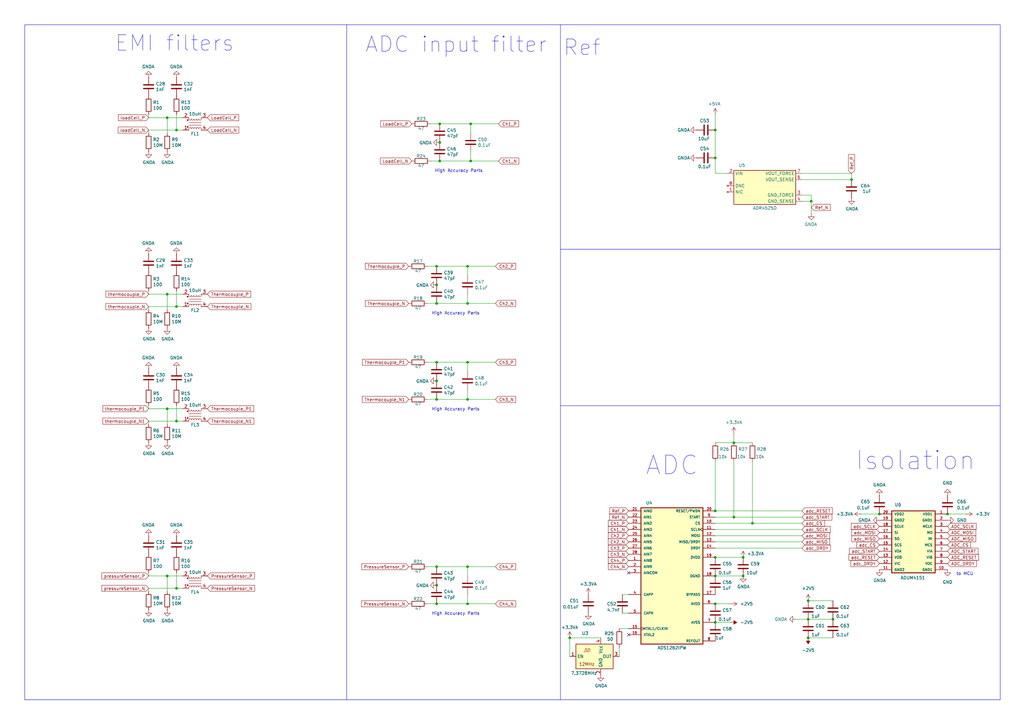
<source format=kicad_sch>
(kicad_sch (version 20231120) (generator "eeschema") (generator_version "8.0")
  (paper "A3")
  (title_block (title "Analog INPUT") (date "2025-02-03") (rev "1.0") (company "Roboties"))
  (junction (at 180.34 50.8))
  (junction (at 68.58 120.65))
  (junction (at 331.47 254))
  (junction (at 331.47 261.62))
  (junction (at 300.99 181.61))
  (junction (at 308.61 214.63))
  (junction (at 179.07 116.84))
  (junction (at 68.58 236.22))
  (junction (at 191.77 163.83))
  (junction (at 191.77 232.41))
  (junction (at 300.99 212.09))
  (junction (at 180.34 66.04))
  (junction (at 193.04 66.04))
  (junction (at 179.07 232.41))
  (junction (at 179.07 148.59))
  (junction (at 331.47 246.38))
  (junction (at 293.37 53.34))
  (junction (at 179.07 240.03))
  (junction (at 191.77 109.22))
  (junction (at 72.39 125.73))
  (junction (at 293.37 247.65))
  (junction (at 68.58 48.26))
  (junction (at 179.07 124.46))
  (junction (at 72.39 53.34))
  (junction (at 72.39 241.3))
  (junction (at 191.77 148.59))
  (junction (at 349.25 73.66))
  (junction (at 233.68 261.62))
  (junction (at 341.63 254))
  (junction (at 304.8 228.6))
  (junction (at 177.8 -83.82))
  (junction (at 179.07 247.65))
  (junction (at 177.8 -76.2))
  (junction (at 293.37 64.77))
  (junction (at 179.07 156.21))
  (junction (at 332.74 82.55))
  (junction (at 179.07 163.83))
  (junction (at 165.1 -76.2))
  (junction (at 180.34 58.42))
  (junction (at 293.37 236.22))
  (junction (at 72.39 172.72))
  (junction (at 293.37 209.55))
  (junction (at 304.8 236.22))
  (junction (at 165.1 -83.82))
  (junction (at 191.77 124.46))
  (junction (at 191.77 247.65))
  (junction (at 68.58 167.64))
  (junction (at 360.68 210.82))
  (junction (at 388.62 210.82))
  (junction (at 179.07 109.22))
  (junction (at 293.37 228.6))
  (junction (at 193.04 50.8))
  (junction (at 157.48 -83.82))
  (junction (at 293.37 255.27))
  (no_connect (at 257.81 234.95))
  (no_connect (at 257.81 260.35))
  (wire (pts (xy 175.26 247.65) (xy 179.07 247.65)))
  (wire (pts (xy 191.77 232.41) (xy 191.77 236.22)))
  (wire (pts (xy 72.39 119.38) (xy 72.39 125.73)))
  (wire (pts (xy 328.93 217.17) (xy 293.37 217.17)))
  (wire (pts (xy 74.93 48.26) (xy 68.58 48.26)))
  (wire (pts (xy 60.96 241.3) (xy 72.39 241.3)))
  (wire (pts (xy 300.99 189.23) (xy 300.99 212.09)))
  (wire (pts (xy 308.61 214.63) (xy 328.93 214.63)))
  (wire (pts (xy 190.5 -109.22) (xy 190.5 -116.84)))
  (wire (pts (xy 328.93 222.25) (xy 293.37 222.25)))
  (wire (pts (xy 293.37 209.55) (xy 328.93 209.55)))
  (wire (pts (xy 299.72 255.27) (xy 293.37 255.27)))
  (wire (pts (xy 191.77 124.46) (xy 191.77 120.65)))
  (polyline (pts (xy 229.87 10.16) (xy 229.87 287.02)))
  (wire (pts (xy 157.48 -83.82) (xy 137.16 -83.82)))
  (polyline (pts (xy 410.21 287.02) (xy 10.16 287.02)))
  (wire (pts (xy 179.07 247.65) (xy 191.77 247.65)))
  (wire (pts (xy 193.04 50.8) (xy 193.04 54.61)))
  (wire (pts (xy 60.96 234.95) (xy 60.96 236.22)))
  (polyline (pts (xy 410.21 10.16) (xy 410.21 287.02)))
  (wire (pts (xy 179.07 148.59) (xy 191.77 148.59)))
  (wire (pts (xy 328.93 224.79) (xy 293.37 224.79)))
  (wire (pts (xy 293.37 228.6) (xy 304.8 228.6)))
  (wire (pts (xy 195.58 -109.22) (xy 195.58 -116.84)))
  (wire (pts (xy 293.37 181.61) (xy 300.99 181.61)))
  (wire (pts (xy 300.99 181.61) (xy 308.61 181.61)))
  (wire (pts (xy 60.96 120.65) (xy 68.58 120.65)))
  (wire (pts (xy 332.74 80.01) (xy 332.74 82.55)))
  (wire (pts (xy 233.68 269.24) (xy 233.68 261.62)))
  (wire (pts (xy 254 269.24) (xy 254 265.43)))
  (wire (pts (xy 331.47 246.38) (xy 341.63 246.38)))
  (wire (pts (xy 68.58 127) (xy 68.58 120.65)))
  (wire (pts (xy 308.61 189.23) (xy 308.61 214.63)))
  (wire (pts (xy 175.26 163.83) (xy 179.07 163.83)))
  (wire (pts (xy 191.77 124.46) (xy 203.2 124.46)))
  (polyline (pts (xy 229.87 102.235) (xy 410.21 102.235)))
  (wire (pts (xy 72.39 166.37) (xy 72.39 172.72)))
  (wire (pts (xy 72.39 234.95) (xy 72.39 241.3)))
  (wire (pts (xy 193.04 50.8) (xy 204.47 50.8)))
  (wire (pts (xy 328.93 73.66) (xy 349.25 73.66)))
  (wire (pts (xy 74.93 236.22) (xy 68.58 236.22)))
  (wire (pts (xy 72.39 125.73) (xy 74.93 125.73)))
  (wire (pts (xy 293.37 64.77) (xy 293.37 71.12)))
  (wire (pts (xy 191.77 148.59) (xy 191.77 152.4)))
  (wire (pts (xy 179.07 163.83) (xy 191.77 163.83)))
  (wire (pts (xy 300.99 177.8) (xy 300.99 181.61)))
  (wire (pts (xy 255.27 251.46) (xy 257.81 251.46)))
  (wire (pts (xy 179.07 124.46) (xy 191.77 124.46)))
  (wire (pts (xy 293.37 219.71) (xy 328.93 219.71)))
  (wire (pts (xy 179.07 232.41) (xy 191.77 232.41)))
  (wire (pts (xy 60.96 48.26) (xy 68.58 48.26)))
  (polyline (pts (xy 142.24 10.16) (xy 142.24 287.02)))
  (wire (pts (xy 191.77 247.65) (xy 191.77 243.84)))
  (wire (pts (xy 72.39 46.99) (xy 72.39 53.34)))
  (wire (pts (xy 165.1 -76.2) (xy 157.48 -76.2)))
  (wire (pts (xy 74.93 120.65) (xy 68.58 120.65)))
  (wire (pts (xy 388.62 210.82) (xy 396.24 210.82)))
  (polyline (pts (xy 10.16 10.16) (xy 410.21 10.16)))
  (wire (pts (xy 254 257.81) (xy 257.81 257.81)))
  (wire (pts (xy 299.72 247.65) (xy 293.37 247.65)))
  (wire (pts (xy 165.1 -83.82) (xy 157.48 -83.82)))
  (wire (pts (xy 300.99 212.09) (xy 328.93 212.09)))
  (wire (pts (xy 293.37 236.22) (xy 304.8 236.22)))
  (polyline (pts (xy 10.16 10.16) (xy 10.16 287.02)))
  (wire (pts (xy 328.93 80.01) (xy 332.74 80.01)))
  (wire (pts (xy 332.74 82.55) (xy 332.74 87.63)))
  (wire (pts (xy 179.07 109.22) (xy 191.77 109.22)))
  (polyline (pts (xy 229.87 166.37) (xy 410.21 166.37)))
  (wire (pts (xy 72.39 53.34) (xy 74.93 53.34)))
  (wire (pts (xy 60.96 46.99) (xy 60.96 48.26)))
  (wire (pts (xy 180.34 50.8) (xy 193.04 50.8)))
  (wire (pts (xy 293.37 212.09) (xy 300.99 212.09)))
  (wire (pts (xy 180.34 66.04) (xy 193.04 66.04)))
  (wire (pts (xy 68.58 242.57) (xy 68.58 236.22)))
  (wire (pts (xy 176.53 66.04) (xy 180.34 66.04)))
  (wire (pts (xy 60.96 53.34) (xy 72.39 53.34)))
  (wire (pts (xy 191.77 148.59) (xy 203.2 148.59)))
  (wire (pts (xy 176.53 50.8) (xy 180.34 50.8)))
  (wire (pts (xy 72.39 172.72) (xy 74.93 172.72)))
  (wire (pts (xy 74.93 167.64) (xy 68.58 167.64)))
  (wire (pts (xy 331.47 254) (xy 341.63 254)))
  (wire (pts (xy 191.77 232.41) (xy 203.2 232.41)))
  (wire (pts (xy 255.27 243.84) (xy 257.81 243.84)))
  (wire (pts (xy 175.26 148.59) (xy 179.07 148.59)))
  (wire (pts (xy 293.37 71.12) (xy 298.45 71.12)))
  (wire (pts (xy 60.96 166.37) (xy 60.96 167.64)))
  (wire (pts (xy 175.26 232.41) (xy 179.07 232.41)))
  (wire (pts (xy 349.25 73.66) (xy 349.25 71.12)))
  (wire (pts (xy 60.96 125.73) (xy 72.39 125.73)))
  (wire (pts (xy 293.37 189.23) (xy 293.37 209.55)))
  (wire (pts (xy 68.58 173.99) (xy 68.58 167.64)))
  (wire (pts (xy 331.47 261.62) (xy 341.63 261.62)))
  (wire (pts (xy 193.04 66.04) (xy 204.47 66.04)))
  (wire (pts (xy 353.06 210.82) (xy 360.68 210.82)))
  (wire (pts (xy 175.26 109.22) (xy 179.07 109.22)))
  (wire (pts (xy 177.8 -83.82) (xy 165.1 -83.82)))
  (wire (pts (xy 60.96 236.22) (xy 68.58 236.22)))
  (wire (pts (xy 177.8 -76.2) (xy 165.1 -76.2)))
  (wire (pts (xy 328.93 71.12) (xy 349.25 71.12)))
  (wire (pts (xy 191.77 247.65) (xy 203.2 247.65)))
  (wire (pts (xy 293.37 53.34) (xy 293.37 64.77)))
  (wire (pts (xy 60.96 173.99) (xy 60.96 172.72)))
  (wire (pts (xy 60.96 119.38) (xy 60.96 120.65)))
  (wire (pts (xy 60.96 54.61) (xy 60.96 53.34)))
  (wire (pts (xy 175.26 124.46) (xy 179.07 124.46)))
  (wire (pts (xy 191.77 163.83) (xy 203.2 163.83)))
  (wire (pts (xy 293.37 46.99) (xy 293.37 53.34)))
  (wire (pts (xy 60.96 242.57) (xy 60.96 241.3)))
  (wire (pts (xy 72.39 241.3) (xy 74.93 241.3)))
  (wire (pts (xy 193.04 66.04) (xy 193.04 62.23)))
  (wire (pts (xy 233.68 261.62) (xy 246.38 261.62)))
  (wire (pts (xy 326.39 254) (xy 331.47 254)))
  (wire (pts (xy 60.96 172.72) (xy 72.39 172.72)))
  (wire (pts (xy 68.58 54.61) (xy 68.58 48.26)))
  (wire (pts (xy 191.77 109.22) (xy 191.77 113.03)))
  (wire (pts (xy 293.37 214.63) (xy 308.61 214.63)))
  (wire (pts (xy 60.96 127) (xy 60.96 125.73)))
  (wire (pts (xy 60.96 167.64) (xy 68.58 167.64)))
  (wire (pts (xy 191.77 163.83) (xy 191.77 160.02)))
  (wire (pts (xy 332.74 82.55) (xy 328.93 82.55)))
  (wire (pts (xy 191.77 109.22) (xy 203.2 109.22)))
  (text "High Accuracy Parts" (at 177.038 252.476 0) (effects (font (size 1.27 1.27)) (justify left bottom)))
  (text "Ref" (at 230.886 23.368 0) (effects (font (size 6.35 6.35)) (justify left bottom)))
  (text "High Accuracy Parts" (at 178.308 70.866 0) (effects (font (size 1.27 1.27)) (justify left bottom)))
  (text "to MCU" (at 395.732 235.458 0) (effects (font (size 1.27 1.27))))
  (text "EMI filters" (at 46.99 21.59 0) (effects (font (size 6.35 6.35)) (justify left bottom)))
  (text "High Accuracy Parts" (at 177.038 129.286 0) (effects (font (size 1.27 1.27)) (justify left bottom)))
  (text "ADC" (at 275.59 191.008 0) (effects (font (size 7.62 7.62))))
  (text "High Accuracy Parts" (at 177.038 168.656 0) (effects (font (size 1.27 1.27)) (justify left bottom)))
  (text "ADC input filter" (at 149.606 22.098 0) (effects (font (size 6.35 6.35)) (justify left bottom)))
  (text "Isolation" (at 375.412 188.976 0) (effects (font (size 7.62 7.62))))
  (global_label "LoadCell_P" (shape input) (at 168.91 50.8 180) (property "Intersheetrefs" "${INTERSHEET_REFS}" (effects (hide yes))))
  (global_label "Ch3_N" (shape input) (at 257.81 227.33 180) (property "Intersheetrefs" "${INTERSHEET_REFS}" (effects (hide yes))))
  (global_label "Ch3_P" (shape input) (at 257.81 224.79 180) (property "Intersheetrefs" "${INTERSHEET_REFS}" (effects (hide yes))))
  (global_label "adc_DRDY" (shape input) (at 360.68 231.14 180) (property "Intersheetrefs" "${INTERSHEET_REFS}" (effects (hide yes))))
  (global_label "ADC_SCLK" (shape input) (at 388.62 215.9 0) (property "Intersheetrefs" "${INTERSHEET_REFS}" (effects (hide yes))))
  (global_label "LoadCell_P" (shape input) (at 85.09 48.26 0) (property "Intersheetrefs" "${INTERSHEET_REFS}" (effects (hide yes))))
  (global_label "Ch2_P" (shape input) (at 203.2 109.22 0) (property "Intersheetrefs" "${INTERSHEET_REFS}" (effects (hide yes))))
  (global_label "adc_START" (shape input) (at 360.68 226.06 180) (property "Intersheetrefs" "${INTERSHEET_REFS}" (effects (hide yes))))
  (global_label "adc_MOSI" (shape input) (at 360.68 218.44 180) (property "Intersheetrefs" "${INTERSHEET_REFS}" (effects (hide yes))))
  (global_label "adc_CS" (shape input) (at 360.68 223.52 180) (property "Intersheetrefs" "${INTERSHEET_REFS}" (effects (hide yes))))
  (global_label "thermocouple_P" (shape input) (at 60.96 120.65 180) (property "Intersheetrefs" "${INTERSHEET_REFS}" (effects (hide yes))))
  (global_label "Ch4_N" (shape input) (at 203.2 247.65 0) (property "Intersheetrefs" "${INTERSHEET_REFS}" (effects (hide yes))))
  (global_label "adc_RESET" (shape input) (at 328.93 209.55 0) (property "Intersheetrefs" "${INTERSHEET_REFS}" (effects (hide yes))))
  (global_label "ADC_MISO" (shape input) (at 388.62 220.98 0) (property "Intersheetrefs" "${INTERSHEET_REFS}" (effects (hide yes))))
  (global_label "LoadCell_N" (shape input) (at 168.91 66.04 180) (property "Intersheetrefs" "${INTERSHEET_REFS}" (effects (hide yes))))
  (global_label "thermocouple_N" (shape input) (at 60.96 125.73 180) (property "Intersheetrefs" "${INTERSHEET_REFS}" (effects (hide yes))))
  (global_label "Ch2_N" (shape input) (at 257.81 222.25 180) (property "Intersheetrefs" "${INTERSHEET_REFS}" (effects (hide yes))))
  (global_label "adc_DRDY" (shape input) (at 328.93 224.79 0) (property "Intersheetrefs" "${INTERSHEET_REFS}" (effects (hide yes))))
  (global_label "Thermocouple_N1" (shape input) (at 85.09 172.72 0) (property "Intersheetrefs" "${INTERSHEET_REFS}" (effects (hide yes))))
  (global_label "pressureSensor_P" (shape input) (at 60.96 236.22 180) (property "Intersheetrefs" "${INTERSHEET_REFS}" (effects (hide yes))))
  (global_label "수정" (shape input) (at 195.58 -109.22 270) (property "Intersheetrefs" "${INTERSHEET_REFS}" (effects (hide yes))))
  (global_label "loadCell_N" (shape input) (at 60.96 53.34 180) (property "Intersheetrefs" "${INTERSHEET_REFS}" (effects (hide yes))))
  (global_label "Ref_P" (shape input) (at 349.25 71.12 90) (property "Intersheetrefs" "${INTERSHEET_REFS}" (effects (hide yes))))
  (global_label "수정" (shape input) (at 190.5 -109.22 270) (property "Intersheetrefs" "${INTERSHEET_REFS}" (effects (hide yes))))
  (global_label "Ch1_P" (shape input) (at 257.81 214.63 180) (property "Intersheetrefs" "${INTERSHEET_REFS}" (effects (hide yes))))
  (global_label "PressureSensor_P" (shape input) (at 85.09 236.22 0) (property "Intersheetrefs" "${INTERSHEET_REFS}" (effects (hide yes))))
  (global_label "Thermocouple_N" (shape input) (at 85.09 125.73 0) (property "Intersheetrefs" "${INTERSHEET_REFS}" (effects (hide yes))))
  (global_label "adc_SCLK" (shape input) (at 328.93 217.17 0) (property "Intersheetrefs" "${INTERSHEET_REFS}" (effects (hide yes))))
  (global_label "Ch4_P" (shape input) (at 257.81 229.87 180) (property "Intersheetrefs" "${INTERSHEET_REFS}" (effects (hide yes))))
  (global_label "Thermocouple_N" (shape input) (at 167.64 124.46 180) (property "Intersheetrefs" "${INTERSHEET_REFS}" (effects (hide yes))))
  (global_label "Thermocouple_P" (shape input) (at 85.09 120.65 0) (property "Intersheetrefs" "${INTERSHEET_REFS}" (effects (hide yes))))
  (global_label "ADC_MOSI" (shape input) (at 388.62 218.44 0) (property "Intersheetrefs" "${INTERSHEET_REFS}" (effects (hide yes))))
  (global_label "ADC_CS" (shape input) (at 388.62 223.52 0) (property "Intersheetrefs" "${INTERSHEET_REFS}" (effects (hide yes))))
  (global_label "Ch4_N" (shape input) (at 257.81 232.41 180) (property "Intersheetrefs" "${INTERSHEET_REFS}" (effects (hide yes))))
  (global_label "PressureSensor_N" (shape input) (at 85.09 241.3 0) (property "Intersheetrefs" "${INTERSHEET_REFS}" (effects (hide yes))))
  (global_label "ADC_RESET" (shape input) (at 388.62 228.6 0) (property "Intersheetrefs" "${INTERSHEET_REFS}" (effects (hide yes))))
  (global_label "ADC_DRDY" (shape input) (at 388.62 231.14 0) (property "Intersheetrefs" "${INTERSHEET_REFS}" (effects (hide yes))))
  (global_label "LoadCell_N" (shape input) (at 85.09 53.34 0) (property "Intersheetrefs" "${INTERSHEET_REFS}" (effects (hide yes))))
  (global_label "Ref_P" (shape input) (at 257.81 209.55 180) (property "Intersheetrefs" "${INTERSHEET_REFS}" (effects (hide yes))))
  (global_label "pressureSensor_N" (shape input) (at 60.96 241.3 180) (property "Intersheetrefs" "${INTERSHEET_REFS}" (effects (hide yes))))
  (global_label "Ch3_P" (shape input) (at 203.2 148.59 0) (property "Intersheetrefs" "${INTERSHEET_REFS}" (effects (hide yes))))
  (global_label "adc_MISO" (shape input) (at 360.68 220.98 180) (property "Intersheetrefs" "${INTERSHEET_REFS}" (effects (hide yes))))
  (global_label "Thermocouple_N1" (shape input) (at 167.64 163.83 180) (property "Intersheetrefs" "${INTERSHEET_REFS}" (effects (hide yes))))
  (global_label "adc_RESET" (shape input) (at 360.68 228.6 180) (property "Intersheetrefs" "${INTERSHEET_REFS}" (effects (hide yes))))
  (global_label "Ch4_P" (shape input) (at 203.2 232.41 0) (property "Intersheetrefs" "${INTERSHEET_REFS}" (effects (hide yes))))
  (global_label "loadCell_P" (shape input) (at 60.96 48.26 180) (property "Intersheetrefs" "${INTERSHEET_REFS}" (effects (hide yes))))
  (global_label "Thermocouple_P1" (shape input) (at 167.64 148.59 180) (property "Intersheetrefs" "${INTERSHEET_REFS}" (effects (hide yes))))
  (global_label "Ch1_N" (shape input) (at 204.47 66.04 0) (property "Intersheetrefs" "${INTERSHEET_REFS}" (effects (hide yes))))
  (global_label "adc_MOSI" (shape input) (at 328.93 219.71 0) (property "Intersheetrefs" "${INTERSHEET_REFS}" (effects (hide yes))))
  (global_label "Thermocouple_P1" (shape input) (at 85.09 167.64 0) (property "Intersheetrefs" "${INTERSHEET_REFS}" (effects (hide yes))))
  (global_label "Ch1_P" (shape input) (at 204.47 50.8 0) (property "Intersheetrefs" "${INTERSHEET_REFS}" (effects (hide yes))))
  (global_label "adc_CS" (shape input) (at 328.93 214.63 0) (property "Intersheetrefs" "${INTERSHEET_REFS}" (effects (hide yes))))
  (global_label "Ref_N" (shape input) (at 332.74 85.09 0) (property "Intersheetrefs" "${INTERSHEET_REFS}" (effects (hide yes))))
  (global_label "PressureSensor_P" (shape input) (at 167.64 232.41 180) (property "Intersheetrefs" "${INTERSHEET_REFS}" (effects (hide yes))))
  (global_label "ADC_START" (shape input) (at 388.62 226.06 0) (property "Intersheetrefs" "${INTERSHEET_REFS}" (effects (hide yes))))
  (global_label "PressureSensor_N" (shape input) (at 167.64 247.65 180) (property "Intersheetrefs" "${INTERSHEET_REFS}" (effects (hide yes))))
  (global_label "thermocouple_P1" (shape input) (at 60.96 167.64 180) (property "Intersheetrefs" "${INTERSHEET_REFS}" (effects (hide yes))))
  (global_label "Thermocouple_P" (shape input) (at 167.64 109.22 180) (property "Intersheetrefs" "${INTERSHEET_REFS}" (effects (hide yes))))
  (global_label "Ch1_N" (shape input) (at 257.81 217.17 180) (property "Intersheetrefs" "${INTERSHEET_REFS}" (effects (hide yes))))
  (global_label "adc_START" (shape input) (at 328.93 212.09 0) (property "Intersheetrefs" "${INTERSHEET_REFS}" (effects (hide yes))))
  (global_label "Ch2_N" (shape input) (at 203.2 124.46 0) (property "Intersheetrefs" "${INTERSHEET_REFS}" (effects (hide yes))))
  (global_label "Ref_N" (shape input) (at 257.81 212.09 180) (property "Intersheetrefs" "${INTERSHEET_REFS}" (effects (hide yes))))
  (global_label "thermocouple_N1" (shape input) (at 60.96 172.72 180) (property "Intersheetrefs" "${INTERSHEET_REFS}" (effects (hide yes))))
  (global_label "Ch3_N" (shape input) (at 203.2 163.83 0) (property "Intersheetrefs" "${INTERSHEET_REFS}" (effects (hide yes))))
  (global_label "adc_MISO" (shape input) (at 328.93 222.25 0) (property "Intersheetrefs" "${INTERSHEET_REFS}" (effects (hide yes))))
  (global_label "adc_SCLK" (shape input) (at 360.68 215.9 180) (property "Intersheetrefs" "${INTERSHEET_REFS}" (effects (hide yes))))
  (global_label "Ch2_P" (shape input) (at 257.81 219.71 180) (property "Intersheetrefs" "${INTERSHEET_REFS}" (effects (hide yes))))
  (symbol (lib_id "power:GNDA") (at 179.07 240.03 270) (unit 1)
    (property "Reference" "#PWR031" (effects (hide yes)))
    (property "Value" "GNDA" (at 175.8442 240.157 90) (effects (justify right)))
  )
  (symbol (lib_id "power:GNDA") (at 349.25 81.28 0) (unit 1)
    (property "Reference" "#PWR052" (effects (hide yes)))
    (property "Value" "GNDA" (at 349.377 85.6742 0))
  )
  (symbol (lib_id "Device:C") (at 191.77 156.21 0) (unit 1)
    (property "Reference" "C48" (at 194.691 155.0416 0) (effects (justify left)))
    (property "Value" "0.1uF" (at 194.691 157.353 0) (effects (justify left)))
    (property "Footprint" "Capacitor_SMD:C_1206_3216Metric" (effects (hide yes)))
  )
  (symbol (lib_id "Device:R") (at 72.39 43.18 0) (unit 1)
    (property "Reference" "R13" (at 74.168 42.0116 0) (effects (justify left)))
    (property "Value" "100" (at 74.168 44.323 0) (effects (justify left)))
    (property "Footprint" "Resistor_SMD:R_0402_1005Metric" (effects (hide yes)))
  )
  (symbol (lib_id "Device:C") (at 388.62 207.01 0) (mirror y) (unit 1)
    (property "Reference" "C66" (at 392.43 205.7399 0) (effects (justify right)))
    (property "Value" "0.1uF" (at 392.43 208.2799 0) (effects (justify right)))
    (property "Footprint" "Capacitor_SMD:C_0805_2012Metric" (effects (hide yes)))
    (property "Description" "Unpolarized capacitor" (effects (hide yes)))
  )
  (symbol (lib_id "Device:C") (at 72.39 154.94 0) (unit 1)
    (property "Reference" "C34" (at 75.311 153.7716 0) (effects (justify left)))
    (property "Value" "1nF" (at 75.311 156.083 0) (effects (justify left)))
    (property "Footprint" "Capacitor_SMD:C_0805_2012Metric" (effects (hide yes)))
  )
  (symbol (lib_id "Device:R") (at 60.96 177.8 0) (unit 1)
    (property "Reference" "R6" (at 62.738 176.6316 0) (effects (justify left)))
    (property "Value" "10M" (at 62.738 178.943 0) (effects (justify left)))
    (property "Footprint" "Resistor_SMD:R_1206_3216Metric" (effects (hide yes)))
  )
  (symbol (lib_id "power:GNDA") (at 72.39 104.14 180) (unit 1)
    (property "Reference" "#PWR024" (effects (hide yes)))
    (property "Value" "GNDA" (at 72.263 99.7458 0))
  )
  (symbol (lib_id "Device:C") (at 179.07 152.4 0) (unit 1)
    (property "Reference" "C41" (at 181.991 151.2316 0) (effects (justify left)))
    (property "Value" "47pF" (at 181.991 153.543 0) (effects (justify left)))
    (property "Footprint" "Capacitor_SMD:C_0805_2012Metric" (effects (hide yes)))
  )
  (symbol (lib_id "Device:R") (at 68.58 130.81 0) (unit 1)
    (property "Reference" "R10" (at 70.358 129.6416 0) (effects (justify left)))
    (property "Value" "10M" (at 70.358 131.953 0) (effects (justify left)))
    (property "Footprint" "Resistor_SMD:R_1206_3216Metric" (effects (hide yes)))
  )
  (symbol (lib_id "power:+2V5") (at 331.47 246.38 0) (unit 1)
    (property "Reference" "#PWR049" (effects (hide yes)))
    (property "Value" "+2V5" (at 331.47 241.3 0))
    (property "Description" "Power symbol creates a global label with name \"+2V5\"" (effects (hide yes)))
  )
  (symbol (lib_id "Connector:RJ45") (at 102.87 -99.06 0) (unit 1)
    (property "Reference" "J1" (at 97.028 -113.538 0))
    (property "Value" "LoadCell" (at 106.426 -87.376 0))
    (property "Description" "RJ connector, 8P8C (8 positions 8 connected)" (effects (hide yes)))
  )
  (symbol (lib_id "Device:R") (at 254 261.62 0) (unit 1)
    (property "Reference" "R25" (at 247.904 259.842 0) (effects (justify left)))
    (property "Value" "50" (at 248.92 262.128 0) (effects (justify left)))
    (property "Footprint" "Resistor_SMD:R_0805_2012Metric" (effects (hide yes)))
    (property "Description" "Resistor" (effects (hide yes)))
  )
  (symbol (lib_id "Device:Filter_EMI_LL_1423") (at 80.01 170.18 0) (unit 1)
    (property "Reference" "FL3" (at 80.01 174.244 0))
    (property "Value" "10uH" (at 80.01 166.116 0))
    (property "Footprint" "Inductor_SMD:L_CommonModeChoke_TDK_ACM2520-2P" (effects (hide yes)))
    (property "Description" "EMI 2-inductor filter, pin-connections 1-4 and 2-3" (effects (hide yes)))
  )
  (symbol (lib_id "Device:R") (at 72.39 115.57 0) (unit 1)
    (property "Reference" "R14" (at 74.168 114.4016 0) (effects (justify left)))
    (property "Value" "100" (at 74.168 116.713 0) (effects (justify left)))
    (property "Footprint" "Resistor_SMD:R_0402_1005Metric" (effects (hide yes)))
  )
  (symbol (lib_id "power:+3.3VA") (at 353.06 210.82 90) (unit 1)
    (property "Reference" "#PWR053" (effects (hide yes)))
    (property "Value" "+3.3VA" (at 346.456 210.82 90))
    (property "Description" "Power symbol creates a global label with name \"+3.3VA\"" (effects (hide yes)))
  )
  (symbol (lib_id "power:GNDA") (at 68.58 134.62 0) (unit 1)
    (property "Reference" "#PWR020" (effects (hide yes)))
    (property "Value" "GNDA" (at 68.707 139.0142 0))
  )
  (symbol (lib_id "Device:R") (at 68.58 58.42 0) (unit 1)
    (property "Reference" "R9" (at 70.358 57.2516 0) (effects (justify left)))
    (property "Value" "10M" (at 70.358 59.563 0) (effects (justify left)))
    (property "Footprint" "Resistor_SMD:R_1206_3216Metric" (effects (hide yes)))
  )
  (symbol (lib_id "power:GNDA") (at 72.39 219.71 180) (unit 1)
    (property "Reference" "#PWR026" (effects (hide yes)))
    (property "Value" "GNDA" (at 72.263 215.3158 0))
  )
  (symbol (lib_id "Device:R") (at 172.72 50.8 270) (unit 1)
    (property "Reference" "R23" (at 172.72 48.768 90))
    (property "Value" "47" (at 172.72 52.705 90))
    (property "Footprint" "Resistor_SMD:R_0805_2012Metric" (effects (hide yes)))
  )
  (symbol (lib_id "Device:R") (at 171.45 232.41 270) (unit 1)
    (property "Reference" "R21" (at 171.45 230.378 90))
    (property "Value" "47" (at 171.45 234.315 90))
    (property "Footprint" "Resistor_SMD:R_0805_2012Metric" (effects (hide yes)))
  )
  (symbol (lib_id "Device:R") (at 60.96 246.38 0) (unit 1)
    (property "Reference" "R8" (at 62.738 245.2116 0) (effects (justify left)))
    (property "Value" "10M" (at 62.738 247.523 0) (effects (justify left)))
    (property "Footprint" "Resistor_SMD:R_1206_3216Metric" (effects (hide yes)))
  )
  (symbol (lib_id "Device:C") (at 179.07 236.22 0) (unit 1)
    (property "Reference" "C43" (at 181.991 235.0516 0) (effects (justify left)))
    (property "Value" "47pF" (at 181.991 237.363 0) (effects (justify left)))
    (property "Footprint" "Capacitor_SMD:C_0805_2012Metric" (effects (hide yes)))
  )
  (symbol (lib_id "Device:C") (at 60.96 154.94 0) (unit 1)
    (property "Reference" "C30" (at 63.881 153.7716 0) (effects (justify left)))
    (property "Value" "1nF" (at 63.881 156.083 0) (effects (justify left)))
    (property "Footprint" "Capacitor_SMD:C_0805_2012Metric" (effects (hide yes)))
  )
  (symbol (lib_id "Device:C") (at 180.34 62.23 0) (unit 1)
    (property "Reference" "C46" (at 183.261 61.0616 0) (effects (justify left)))
    (property "Value" "47pF" (at 183.261 63.373 0) (effects (justify left)))
    (property "Footprint" "Capacitor_SMD:C_0805_2012Metric" (effects (hide yes)))
  )
  (symbol (lib_id "Device:R") (at 293.37 185.42 0) (unit 1)
    (property "Reference" "R26" (at 295.148 184.2516 0) (effects (justify left)))
    (property "Value" "10k" (at 294.64 187.325 0) (effects (justify left)))
    (property "Footprint" "Resistor_SMD:R_0603_1608Metric" (effects (hide yes)))
  )
  (symbol (lib_id "Device:R") (at 60.96 43.18 0) (unit 1)
    (property "Reference" "R1" (at 62.738 42.0116 0) (effects (justify left)))
    (property "Value" "100" (at 62.738 44.323 0) (effects (justify left)))
    (property "Footprint" "Resistor_SMD:R_0402_1005Metric" (effects (hide yes)))
  )
  (symbol (lib_id "power:-2V5") (at 299.72 255.27 270) (unit 1)
    (property "Reference" "#PWR044" (effects (hide yes)))
    (property "Value" "-2V5" (at 303.53 255.2699 90) (effects (justify left)))
    (property "Description" "Power symbol creates a global label with name \"-2V5\"" (effects (hide yes)))
  )
  (symbol (lib_name "GND_1") (lib_id "power:GND") (at 388.62 213.36 90) (unit 1)
    (property "Reference" "#PWR058" (effects (hide yes)))
    (property "Value" "GND" (at 392.43 213.3599 90) (effects (justify right)))
    (property "Description" "Power symbol creates a global label with name \"GND\" , ground" (effects (hide yes)))
  )
  (symbol (lib_id "Device:C") (at 60.96 35.56 0) (unit 1)
    (property "Reference" "C28" (at 63.881 34.3916 0) (effects (justify left)))
    (property "Value" "1nF" (at 63.881 36.703 0) (effects (justify left)))
    (property "Footprint" "Capacitor_SMD:C_0805_2012Metric" (effects (hide yes)))
  )
  (symbol (lib_id "power:+3.3VA") (at 241.3 243.84 0) (unit 1)
    (property "Reference" "#PWR037" (effects (hide yes)))
    (property "Value" "+3.3VA" (at 241.3 239.522 0))
    (property "Description" "Power symbol creates a global label with name \"+3.3VA\"" (effects (hide yes)))
  )
  (symbol (lib_id "Device:R") (at 171.45 109.22 270) (unit 1)
    (property "Reference" "R17" (at 171.45 107.188 90))
    (property "Value" "47" (at 171.45 111.125 90))
    (property "Footprint" "Resistor_SMD:R_0805_2012Metric" (effects (hide yes)))
  )
  (symbol (lib_id "Device:R") (at 60.96 130.81 0) (unit 1)
    (property "Reference" "R4" (at 62.738 129.6416 0) (effects (justify left)))
    (property "Value" "10M" (at 62.738 131.953 0) (effects (justify left)))
    (property "Footprint" "Resistor_SMD:R_1206_3216Metric" (effects (hide yes)))
  )
  (symbol (lib_id "power:GNDA") (at 60.96 31.75 180) (unit 1)
    (property "Reference" "#PWR011" (effects (hide yes)))
    (property "Value" "GNDA" (at 60.833 27.3558 0))
  )
  (symbol (lib_id "Device:C") (at 180.34 54.61 0) (unit 1)
    (property "Reference" "C45" (at 183.261 53.4416 0) (effects (justify left)))
    (property "Value" "47pF" (at 183.261 55.753 0) (effects (justify left)))
    (property "Footprint" "Capacitor_SMD:C_0805_2012Metric" (effects (hide yes)))
  )
  (symbol (lib_id "power:+3.3V") (at 396.24 210.82 270) (unit 1)
    (property "Reference" "#PWR060" (effects (hide yes)))
    (property "Value" "+3.3V" (at 400.05 210.8199 90) (effects (justify left)))
    (property "Description" "Power symbol creates a global label with name \"+3.3V\"" (effects (hide yes)))
  )
  (symbol (lib_id "Device:C") (at 179.07 113.03 0) (unit 1)
    (property "Reference" "C39" (at 181.991 111.8616 0) (effects (justify left)))
    (property "Value" "47pF" (at 181.991 114.173 0) (effects (justify left)))
    (property "Footprint" "Capacitor_SMD:C_0805_2012Metric" (effects (hide yes)))
  )
  (symbol (lib_id "Device:Filter_EMI_LL_1423") (at 80.01 123.19 0) (unit 1)
    (property "Reference" "FL2" (at 80.01 127.254 0))
    (property "Value" "10uH" (at 80.01 119.126 0))
    (property "Footprint" "Inductor_SMD:L_CommonModeChoke_TDK_ACM2520-2P" (effects (hide yes)))
    (property "Description" "EMI 2-inductor filter, pin-connections 1-4 and 2-3" (effects (hide yes)))
  )
  (symbol (lib_id "Device:R") (at 171.45 148.59 270) (unit 1)
    (property "Reference" "R19" (at 171.45 146.558 90))
    (property "Value" "47" (at 171.45 150.495 90))
    (property "Footprint" "Resistor_SMD:R_0805_2012Metric" (effects (hide yes)))
  )
  (symbol (lib_id "Device:C") (at 177.8 -80.01 0) (mirror y) (unit 1)
    (property "Reference" "C38" (at 181.61 -81.2801 0) (effects (justify right)))
    (property "Value" "1uF" (at 181.61 -78.7401 0) (effects (justify right)))
    (property "Footprint" "Capacitor_SMD:C_0805_2012Metric" (effects (hide yes)))
    (property "Description" "Unpolarized capacitor" (effects (hide yes)))
  )
  (symbol (lib_id "Device:C") (at 165.1 -80.01 0) (mirror y) (unit 1)
    (property "Reference" "C37" (at 168.91 -81.2801 0) (effects (justify right)))
    (property "Value" "0.1uF" (at 168.91 -78.7401 0) (effects (justify right)))
    (property "Footprint" "Capacitor_SMD:C_0805_2012Metric" (effects (hide yes)))
    (property "Description" "Unpolarized capacitor" (effects (hide yes)))
  )
  (symbol (lib_id "Device:C") (at 360.68 207.01 0) (unit 1)
    (property "Reference" "C65" (at 356.87 205.7399 0) (effects (justify right)))
    (property "Value" "0.1uF" (at 356.87 208.2799 0) (effects (justify right)))
    (property "Footprint" "Capacitor_SMD:C_0805_2012Metric" (effects (hide yes)))
    (property "Description" "Unpolarized capacitor" (effects (hide yes)))
  )
  (symbol (lib_id "Device:Filter_EMI_LL_1423") (at 80.01 238.76 0) (unit 1)
    (property "Reference" "FL4" (at 80.01 242.824 0))
    (property "Value" "10uH" (at 80.01 234.696 0))
    (property "Footprint" "Inductor_SMD:L_CommonModeChoke_TDK_ACM2520-2P" (effects (hide yes)))
    (property "Description" "EMI 2-inductor filter, pin-connections 1-4 and 2-3" (effects (hide yes)))
  )
  (symbol (lib_id "Device:R") (at 60.96 58.42 0) (unit 1)
    (property "Reference" "R2" (at 62.738 57.2516 0) (effects (justify left)))
    (property "Value" "10M" (at 62.738 59.563 0) (effects (justify left)))
    (property "Footprint" "Resistor_SMD:R_1206_3216Metric" (effects (hide yes)))
  )
  (symbol (lib_id "power:+3.3VA") (at 300.99 177.8 0) (unit 1)
    (property "Reference" "#PWR045" (effects (hide yes)))
    (property "Value" "+3.3VA" (at 300.99 173.228 0))
    (property "Description" "Power symbol creates a global label with name \"+3.3VA\"" (effects (hide yes)))
  )
  (symbol (lib_id "power:GNDA") (at 60.96 181.61 0) (unit 1)
    (property "Reference" "#PWR016" (effects (hide yes)))
    (property "Value" "GNDA" (at 61.087 186.0042 0))
  )
  (symbol (lib_id "power:+3.3VA") (at 233.68 261.62 0) (unit 1)
    (property "Reference" "#PWR036" (effects (hide yes)))
    (property "Value" "+3.3VA" (at 233.68 257.302 0))
    (property "Description" "Power symbol creates a global label with name \"+3.3VA\"" (effects (hide yes)))
  )
  (symbol (lib_id "MY_PMIC:ADR4525D") (at 313.69 76.2 0) (unit 1)
    (property "Reference" "U5" (at 304.292 67.818 0))
    (property "Value" "ADR4525D" (at 313.69 85.344 0))
    (property "Footprint" "Package_LCC:Analog_LCC-8_5x5mm_P1.27mm" (effects (hide yes)))
  )
  (symbol (lib_id "Device:C") (at 193.04 58.42 0) (unit 1)
    (property "Reference" "C50" (at 195.961 57.2516 0) (effects (justify left)))
    (property "Value" "0.1uF" (at 195.961 59.563 0) (effects (justify left)))
    (property "Footprint" "Capacitor_SMD:C_1206_3216Metric" (effects (hide yes)))
  )
  (symbol (lib_id "Device:R") (at 171.45 247.65 270) (unit 1)
    (property "Reference" "R22" (at 171.45 245.618 90))
    (property "Value" "47" (at 171.45 249.555 90))
    (property "Footprint" "Resistor_SMD:R_0805_2012Metric" (effects (hide yes)))
  )
  (symbol (lib_id "Device:R") (at 68.58 177.8 0) (unit 1)
    (property "Reference" "R11" (at 70.358 176.6316 0) (effects (justify left)))
    (property "Value" "10M" (at 70.358 178.943 0) (effects (justify left)))
    (property "Footprint" "Resistor_SMD:R_1206_3216Metric" (effects (hide yes)))
  )
  (symbol (lib_id "Device:C") (at 255.27 247.65 0) (unit 1)
    (property "Reference" "C52" (at 248.92 247.65 0) (effects (justify left)))
    (property "Value" "4.7nF" (at 248.92 250.19 0) (effects (justify left)))
    (property "Footprint" "Capacitor_SMD:C_0805_2012Metric" (effects (hide yes)))
  )
  (symbol (lib_id "Device:R") (at 60.96 231.14 0) (unit 1)
    (property "Reference" "R7" (at 62.738 229.9716 0) (effects (justify left)))
    (property "Value" "100" (at 62.738 232.283 0) (effects (justify left)))
    (property "Footprint" "Resistor_SMD:R_0402_1005Metric" (effects (hide yes)))
  )
  (symbol (lib_id "power:+5VA") (at 293.37 46.99 0) (mirror y) (unit 1)
    (property "Reference" "#PWR042" (effects (hide yes)))
    (property "Value" "+5VA" (at 292.989 42.5958 0))
  )
  (symbol (lib_id "power:-2V5") (at 331.47 261.62 180) (unit 1)
    (property "Reference" "#PWR050" (effects (hide yes)))
    (property "Value" "-2V5" (at 331.47 266.7 0))
    (property "Description" "Power symbol creates a global label with name \"-2V5\"" (effects (hide yes)))
  )
  (symbol (lib_id "power:GNDA") (at 68.58 181.61 0) (unit 1)
    (property "Reference" "#PWR021" (effects (hide yes)))
    (property "Value" "GNDA" (at 68.707 186.0042 0))
  )
  (symbol (lib_id "Device:C") (at 293.37 251.46 0) (unit 1)
    (property "Reference" "C57" (at 296.291 250.2916 0) (effects (justify left)))
    (property "Value" "0.1uF" (at 294.64 254 0) (effects (justify left)))
    (property "Footprint" "Capacitor_SMD:C_0805_2012Metric" (effects (hide yes)))
  )
  (symbol (lib_id "Device:R") (at 308.61 185.42 0) (unit 1)
    (property "Reference" "R28" (at 310.388 184.2516 0) (effects (justify left)))
    (property "Value" "10k" (at 309.88 187.325 0) (effects (justify left)))
    (property "Footprint" "Resistor_SMD:R_0603_1608Metric" (effects (hide yes)))
  )
  (symbol (lib_id "power:GNDA") (at 179.07 116.84 270) (unit 1)
    (property "Reference" "#PWR029" (effects (hide yes)))
    (property "Value" "GNDA" (at 175.8442 116.967 90) (effects (justify right)))
  )
  (symbol (lib_id "power:GNDA") (at 179.07 156.21 270) (unit 1)
    (property "Reference" "#PWR030" (effects (hide yes)))
    (property "Value" "GNDA" (at 175.8442 156.337 90) (effects (justify right)))
  )
  (symbol (lib_id "power:GNDA") (at 326.39 254 270) (unit 1)
    (property "Reference" "#PWR048" (effects (hide yes)))
    (property "Value" "GNDA" (at 320.294 254 90))
  )
  (symbol (lib_id "power:GNDA") (at 332.74 87.63 0) (mirror y) (unit 1)
    (property "Reference" "#PWR051" (effects (hide yes)))
    (property "Value" "GNDA" (at 332.613 92.0242 0))
  )
  (symbol (lib_id "power:GNDA") (at 60.96 151.13 180) (unit 1)
    (property "Reference" "#PWR015" (effects (hide yes)))
    (property "Value" "GNDA" (at 60.833 146.7358 0))
  )
  (symbol (lib_id "power:GNDA") (at 180.34 58.42 270) (unit 1)
    (property "Reference" "#PWR032" (effects (hide yes)))
    (property "Value" "GNDA" (at 177.1142 58.547 90) (effects (justify right)))
  )
  (symbol (lib_id "Device:C") (at 289.56 64.77 270) (mirror x) (unit 1)
    (property "Reference" "C54" (at 287.02 60.96 90) (effects (justify left)))
    (property "Value" "0.1uF" (at 286.258 68.326 90) (effects (justify left)))
    (property "Footprint" "Capacitor_SMD:C_0805_2012Metric" (effects (hide yes)))
  )
  (symbol (lib_id "Device:C") (at 157.48 -80.01 0) (unit 1)
    (property "Reference" "C36" (at 153.67 -81.2801 0) (effects (justify right)))
    (property "Value" "0.01uF" (at 153.67 -78.7401 0) (effects (justify right)))
    (property "Footprint" "Capacitor_SMD:C_0805_2012Metric" (effects (hide yes)))
    (property "Description" "Unpolarized capacitor" (effects (hide yes)))
  )
  (symbol (lib_id "Device:C") (at 60.96 107.95 0) (unit 1)
    (property "Reference" "C29" (at 63.881 106.7816 0) (effects (justify left)))
    (property "Value" "1nF" (at 63.881 109.093 0) (effects (justify left)))
    (property "Footprint" "Capacitor_SMD:C_0805_2012Metric" (effects (hide yes)))
  )
  (symbol (lib_id "power:GNDA") (at 360.68 213.36 270) (unit 1)
    (property "Reference" "#PWR055" (effects (hide yes)))
    (property "Value" "GNDA" (at 354.584 213.36 90))
  )
  (symbol (lib_id "Device:C") (at 293.37 259.08 0) (unit 1)
    (property "Reference" "C58" (at 296.291 257.9116 0) (effects (justify left)))
    (property "Value" "1uF" (at 293.37 261.62 0) (effects (justify left)))
    (property "Footprint" "Capacitor_SMD:C_0805_2012Metric" (effects (hide yes)))
  )
  (symbol (lib_id "Device:C") (at 191.77 240.03 0) (unit 1)
    (property "Reference" "C49" (at 194.691 238.8616 0) (effects (justify left)))
    (property "Value" "0.1uF" (at 194.691 241.173 0) (effects (justify left)))
    (property "Footprint" "Capacitor_SMD:C_1206_3216Metric" (effects (hide yes)))
  )
  (symbol (lib_id "Device:C") (at 341.63 250.19 0) (unit 1)
    (property "Reference" "C62" (at 344.551 249.0216 0) (effects (justify left)))
    (property "Value" "0.1uF" (at 342.9 252.73 0) (effects (justify left)))
    (property "Footprint" "Capacitor_SMD:C_0805_2012Metric" (effects (hide yes)))
  )
  (symbol (lib_id "Device:C") (at 179.07 243.84 0) (unit 1)
    (property "Reference" "C44" (at 181.991 242.6716 0) (effects (justify left)))
    (property "Value" "47pF" (at 181.991 244.983 0) (effects (justify left)))
    (property "Footprint" "Capacitor_SMD:C_0805_2012Metric" (effects (hide yes)))
  )
  (symbol (lib_id "power:GNDA") (at 246.38 276.86 0) (unit 1)
    (property "Reference" "#PWR039" (effects (hide yes)))
    (property "Value" "GNDA" (at 246.507 281.2542 0))
  )
  (symbol (lib_id "Device:C") (at 241.3 247.65 0) (unit 1)
    (property "Reference" "C51" (at 237.49 246.3799 0) (effects (justify right)))
    (property "Value" "0.01uF" (at 237.49 248.9199 0) (effects (justify right)))
    (property "Footprint" "Capacitor_SMD:C_0805_2012Metric" (effects (hide yes)))
  )
  (symbol (lib_id "Device:C") (at 179.07 120.65 0) (unit 1)
    (property "Reference" "C40" (at 181.991 119.4816 0) (effects (justify left)))
    (property "Value" "47pF" (at 181.991 121.793 0) (effects (justify left)))
    (property "Footprint" "Capacitor_SMD:C_0805_2012Metric" (effects (hide yes)))
  )
  (symbol (lib_id "Connector_Generic:Conn_01x06") (at 190.5 -121.92 90) (unit 1)
    (property "Reference" "J2" (at 191.77 -128.27 90))
    (property "Value" "Thrust" (at 191.77 -125.73 90))
    (property "Footprint" "Connector_PinSocket_2.54mm:PinSocket_1x06_P2.54mm_Vertical" (effects (hide yes)))
    (property "Description" "Generic connector, single row, 01x06, script generated (kicad-library-utils/schlib/autogen/connector/)" (effects (hide yes)))
  )
  (symbol (lib_id "power:GNDA") (at 60.96 104.14 180) (unit 1)
    (property "Reference" "#PWR013" (effects (hide yes)))
    (property "Value" "GNDA" (at 60.833 99.7458 0))
  )
  (symbol (lib_id "Device:R") (at 60.96 162.56 0) (unit 1)
    (property "Reference" "R5" (at 62.738 161.3916 0) (effects (justify left)))
    (property "Value" "100" (at 62.738 163.703 0) (effects (justify left)))
    (property "Footprint" "Resistor_SMD:R_0402_1005Metric" (effects (hide yes)))
  )
  (symbol (lib_id "power:GNDA") (at 360.68 203.2 180) (unit 1)
    (property "Reference" "#PWR054" (effects (hide yes)))
    (property "Value" "GNDA" (at 360.68 198.882 0))
  )
  (symbol (lib_id "Device:C") (at 341.63 257.81 0) (unit 1)
    (property "Reference" "C63" (at 344.551 256.6416 0) (effects (justify left)))
    (property "Value" "0.1uF" (at 342.9 260.35 0) (effects (justify left)))
    (property "Footprint" "Capacitor_SMD:C_0805_2012Metric" (effects (hide yes)))
  )
  (symbol (lib_id "Device:C") (at 304.8 232.41 0) (unit 1)
    (property "Reference" "C59" (at 307.721 231.2416 0) (effects (justify left)))
    (property "Value" "10uF" (at 306.07 234.95 0) (effects (justify left)))
    (property "Footprint" "Capacitor_SMD:C_1210_3225Metric" (effects (hide yes)))
  )
  (symbol (lib_id "Device:C") (at 72.39 107.95 0) (unit 1)
    (property "Reference" "C33" (at 75.311 106.7816 0) (effects (justify left)))
    (property "Value" "1nF" (at 75.311 109.093 0) (effects (justify left)))
    (property "Footprint" "Capacitor_SMD:C_0805_2012Metric" (effects (hide yes)))
  )
  (symbol (lib_id "power:GNDA") (at 177.8 -76.2 0) (mirror y) (unit 1)
    (property "Reference" "#PWR028" (effects (hide yes)))
    (property "Value" "GNDA" (at 177.8 -71.12 0))
    (property "Description" "Power symbol creates a global label with name \"GNDA\" , analog ground" (effects (hide yes)))
  )
  (symbol (lib_id "Device:C") (at 191.77 116.84 0) (unit 1)
    (property "Reference" "C47" (at 194.691 115.6716 0) (effects (justify left)))
    (property "Value" "0.1uF" (at 194.691 117.983 0) (effects (justify left)))
    (property "Footprint" "Capacitor_SMD:C_1206_3216Metric" (effects (hide yes)))
  )
  (symbol (lib_id "Device:C") (at 72.39 35.56 0) (unit 1)
    (property "Reference" "C32" (at 75.311 34.3916 0) (effects (justify left)))
    (property "Value" "1nF" (at 75.311 36.703 0) (effects (justify left)))
    (property "Footprint" "Capacitor_SMD:C_0805_2012Metric" (effects (hide yes)))
  )
  (symbol (lib_id "power:GNDA") (at 60.96 219.71 180) (unit 1)
    (property "Reference" "#PWR017" (effects (hide yes)))
    (property "Value" "GNDA" (at 60.833 215.3158 0))
  )
  (symbol (lib_id "ADS1263IPW:ADS1263IPW") (at 275.59 256.54 0) (unit 1)
    (property "Reference" "U4" (at 266.192 206.248 0))
    (property "Value" "ADS1262IPW" (at 275.59 265.684 0))
    (property "Footprint" "Package_SO:TSSOP-28_4.4x9.7mm_P0.65mm" (effects (hide yes)))
  )
  (symbol (lib_id "power:GNDA") (at 285.75 53.34 270) (mirror x) (unit 1)
    (property "Reference" "#PWR040" (effects (hide yes)))
    (property "Value" "GNDA" (at 280.416 53.34 90))
  )
  (symbol (lib_id "power:GNDA") (at 198.12 -116.84 0) (unit 1)
    (property "Reference" "#PWR035" (effects (hide yes)))
    (property "Value" "GNDA" (at 198.12 -111.76 0))
    (property "Description" "Power symbol creates a global label with name \"GNDA\" , analog ground" (effects (hide yes)))
  )
  (symbol (lib_id "power:GNDA") (at 360.68 233.68 0) (unit 1)
    (property "Reference" "#PWR056" (effects (hide yes)))
    (property "Value" "GNDA" (at 360.807 238.0742 0))
  )
  (symbol (lib_id "Device:R") (at 171.45 163.83 270) (unit 1)
    (property "Reference" "R20" (at 171.45 161.798 90))
    (property "Value" "47" (at 171.45 165.735 90))
    (property "Footprint" "Resistor_SMD:R_0805_2012Metric" (effects (hide yes)))
  )
  (symbol (lib_id "power:GNDA") (at 60.96 62.23 0) (unit 1)
    (property "Reference" "#PWR012" (effects (hide yes)))
    (property "Value" "GNDA" (at 61.087 66.6242 0))
  )
  (symbol (lib_id "Device:R") (at 172.72 66.04 270) (unit 1)
    (property "Reference" "R24" (at 172.72 64.008 90))
    (property "Value" "47" (at 172.72 67.945 90))
    (property "Footprint" "Resistor_SMD:R_0805_2012Metric" (effects (hide yes)))
  )
  (symbol (lib_id "power:+3.3VA") (at 304.8 228.6 0) (unit 1)
    (property "Reference" "#PWR046" (effects (hide yes)))
    (property "Value" "+3.3VA" (at 309.88 227.076 0))
    (property "Description" "Power symbol creates a global label with name \"+3.3VA\"" (effects (hide yes)))
  )
  (symbol (lib_id "Device:Filter_EMI_LL_1423") (at 80.01 50.8 0) (unit 1)
    (property "Reference" "FL1" (at 80.01 54.864 0))
    (property "Value" "10uH" (at 80.01 46.736 0))
    (property "Footprint" "Inductor_SMD:L_CommonModeChoke_TDK_ACM2520-2P" (effects (hide yes)))
    (property "Description" "EMI 2-inductor filter, pin-connections 1-4 and 2-3" (effects (hide yes)))
  )
  (symbol (lib_id "power:GNDA") (at 304.8 236.22 0) (unit 1)
    (property "Reference" "#PWR047" (effects (hide yes)))
    (property "Value" "GNDA" (at 304.927 240.6142 0))
  )
  (symbol (lib_id "power:GNDA") (at 241.3 251.46 0) (unit 1)
    (property "Reference" "#PWR038" (effects (hide yes)))
    (property "Value" "GNDA" (at 241.427 255.8542 0))
  )
  (symbol (lib_id "Device:R") (at 68.58 246.38 0) (unit 1)
    (property "Reference" "R12" (at 70.358 245.2116 0) (effects (justify left)))
    (property "Value" "10M" (at 70.358 247.523 0) (effects (justify left)))
    (property "Footprint" "Resistor_SMD:R_1206_3216Metric" (effects (hide yes)))
  )
  (symbol (lib_id "power:GNDA") (at 60.96 250.19 0) (unit 1)
    (property "Reference" "#PWR018" (effects (hide yes)))
    (property "Value" "GNDA" (at 61.087 254.5842 0))
  )
  (symbol (lib_name "GND_1") (lib_id "power:GND") (at 388.62 233.68 0) (unit 1)
    (property "Reference" "#PWR059" (effects (hide yes)))
    (property "Value" "GND" (at 388.62 238.76 0))
    (property "Description" "Power symbol creates a global label with name \"GND\" , ground" (effects (hide yes)))
  )
  (symbol (lib_id "Device:R") (at 72.39 162.56 0) (unit 1)
    (property "Reference" "R15" (at 74.168 161.3916 0) (effects (justify left)))
    (property "Value" "100" (at 74.168 163.703 0) (effects (justify left)))
    (property "Footprint" "Resistor_SMD:R_0402_1005Metric" (effects (hide yes)))
  )
  (symbol (lib_id "Device:R") (at 300.99 185.42 0) (unit 1)
    (property "Reference" "R27" (at 302.768 184.2516 0) (effects (justify left)))
    (property "Value" "10k" (at 302.26 187.325 0) (effects (justify left)))
    (property "Footprint" "Resistor_SMD:R_0603_1608Metric" (effects (hide yes)))
  )
  (symbol (lib_id "Device:C") (at 293.37 232.41 0) (unit 1)
    (property "Reference" "C55" (at 296.291 231.2416 0) (effects (justify left)))
    (property "Value" "0.1uF" (at 294.64 234.95 0) (effects (justify left)))
    (property "Footprint" "Capacitor_SMD:C_0805_2012Metric" (effects (hide yes)))
  )
  (symbol (lib_id "Device:C") (at 331.47 257.81 0) (unit 1)
    (property "Reference" "C61" (at 334.391 256.6416 0) (effects (justify left)))
    (property "Value" "1uF" (at 332.74 260.35 0) (effects (justify left)))
    (property "Footprint" "Capacitor_SMD:C_0805_2012Metric" (effects (hide yes)))
  )
  (symbol (lib_id "Device:C") (at 349.25 77.47 180) (unit 1)
    (property "Reference" "C64" (at 356.87 76.2 0) (effects (justify left)))
    (property "Value" "1uF" (at 357.378 78.486 0) (effects (justify left)))
    (property "Footprint" "Capacitor_SMD:C_0805_2012Metric" (effects (hide yes)))
  )
  (symbol (lib_id "power:GNDA") (at 285.75 64.77 270) (mirror x) (unit 1)
    (property "Reference" "#PWR041" (effects (hide yes)))
    (property "Value" "GNDA" (at 280.416 64.77 90))
  )
  (symbol (lib_id "Device:C") (at 179.07 160.02 0) (unit 1)
    (property "Reference" "C42" (at 181.991 158.8516 0) (effects (justify left)))
    (property "Value" "47pF" (at 181.991 161.163 0) (effects (justify left)))
    (property "Footprint" "Capacitor_SMD:C_0805_2012Metric" (effects (hide yes)))
  )
  (symbol (lib_id "power:GNDA") (at 60.96 134.62 0) (unit 1)
    (property "Reference" "#PWR014" (effects (hide yes)))
    (property "Value" "GNDA" (at 61.087 139.0142 0))
  )
  (symbol (lib_id "MY_CLK:TCXO-12MHz_3OUT") (at 243.84 269.24 0) (unit 1)
    (property "Reference" "U3" (at 240.03 259.715 0))
    (property "Value" "7.3728MHz" (at 239.522 276.098 0))
    (property "Footprint" "PCB:ASDMB-OSC" (effects (hide yes)))
  )
  (symbol (lib_id "Device:R") (at 72.39 231.14 0) (unit 1)
    (property "Reference" "R16" (at 74.168 229.9716 0) (effects (justify left)))
    (property "Value" "100" (at 74.168 232.283 0) (effects (justify left)))
    (property "Footprint" "Resistor_SMD:R_0402_1005Metric" (effects (hide yes)))
  )
  (symbol (lib_id "power:GNDA") (at 187.96 -116.84 0) (unit 1)
    (property "Reference" "#PWR033" (effects (hide yes)))
    (property "Value" "GNDA" (at 187.96 -111.76 0))
    (property "Description" "Power symbol creates a global label with name \"GNDA\" , analog ground" (effects (hide yes)))
  )
  (symbol (lib_id "power:GNDA") (at 72.39 151.13 180) (unit 1)
    (property "Reference" "#PWR025" (effects (hide yes)))
    (property "Value" "GNDA" (at 72.263 146.7358 0))
  )
  (symbol (lib_id "power:GNDA") (at 193.04 -116.84 0) (unit 1)
    (property "Reference" "#PWR034" (effects (hide yes)))
    (property "Value" "GNDA" (at 193.04 -111.76 0))
    (property "Description" "Power symbol creates a global label with name \"GNDA\" , analog ground" (effects (hide yes)))
  )
  (symbol (lib_id "power:GNDA") (at 68.58 62.23 0) (unit 1)
    (property "Reference" "#PWR019" (effects (hide yes)))
    (property "Value" "GNDA" (at 68.707 66.6242 0))
  )
  (symbol (lib_id "power:GNDA") (at 68.58 250.19 0) (unit 1)
    (property "Reference" "#PWR022" (effects (hide yes)))
    (property "Value" "GNDA" (at 68.707 254.5842 0))
  )
  (symbol (lib_id "Device:C") (at 293.37 240.03 0) (unit 1)
    (property "Reference" "C56" (at 296.291 238.8616 0) (effects (justify left)))
    (property "Value" "1uF" (at 296.291 241.173 0) (effects (justify left)))
    (property "Footprint" "Capacitor_SMD:C_0805_2012Metric" (effects (hide yes)))
  )
  (symbol (lib_id "power:GNDA") (at 72.39 31.75 180) (unit 1)
    (property "Reference" "#PWR023" (effects (hide yes)))
    (property "Value" "GNDA" (at 72.263 27.3558 0))
  )
  (symbol (lib_name "GND_2") (lib_id "power:GND") (at 388.62 203.2 180) (unit 1)
    (property "Reference" "#PWR057" (effects (hide yes)))
    (property "Value" "GND" (at 388.62 198.12 0))
    (property "Description" "Power symbol creates a global label with name \"GND\" , ground" (effects (hide yes)))
  )
  (symbol (lib_id "Device:R") (at 171.45 124.46 270) (unit 1)
    (property "Reference" "R18" (at 171.45 122.428 90))
    (property "Value" "47" (at 171.45 126.365 90))
    (property "Footprint" "Resistor_SMD:R_0805_2012Metric" (effects (hide yes)))
  )
  (symbol (lib_id "Device:C") (at 60.96 223.52 0) (unit 1)
    (property "Reference" "C31" (at 63.881 222.3516 0) (effects (justify left)))
    (property "Value" "1nF" (at 63.881 224.663 0) (effects (justify left)))
    (property "Footprint" "Capacitor_SMD:C_0805_2012Metric" (effects (hide yes)))
  )
  (symbol (lib_id "Device:C") (at 289.56 53.34 270) (mirror x) (unit 1)
    (property "Reference" "C53" (at 287.02 49.53 90) (effects (justify left)))
    (property "Value" "10uF" (at 286.258 56.896 90) (effects (justify left)))
    (property "Footprint" "Capacitor_SMD:C_1210_3225Metric" (effects (hide yes)))
  )
  (symbol (lib_id "power:+5VA") (at 177.8 -83.82 0) (mirror y) (unit 1)
    (property "Reference" "#PWR027" (effects (hide yes)))
    (property "Value" "+5VA" (at 177.419 -88.2142 0))
  )
  (symbol (lib_id "Device:R") (at 60.96 115.57 0) (unit 1)
    (property "Reference" "R3" (at 62.738 114.4016 0) (effects (justify left)))
    (property "Value" "100" (at 62.738 116.713 0) (effects (justify left)))
    (property "Footprint" "Resistor_SMD:R_0402_1005Metric" (effects (hide yes)))
  )
  (symbol (lib_id "ADUM4151:ADUM4151") (at 373.38 233.68 0) (mirror y) (unit 1)
    (property "Reference" "U6" (at 368.3 207.01 0))
    (property "Value" "ADUM4151" (at 374.396 236.982 0))
    (property "Footprint" "Package_SO:SOIC-20W_7.5x12.8mm_P1.27mm" (effects (hide yes)))
  )
  (symbol (lib_id "power:+2V5") (at 299.72 247.65 270) (unit 1)
    (property "Reference" "#PWR043" (effects (hide yes)))
    (property "Value" "+2V5" (at 303.53 247.6499 90) (effects (justify left)))
    (property "Description" "Power symbol creates a global label with name \"+2V5\"" (effects (hide yes)))
  )
  (symbol (lib_id "Device:C") (at 331.47 250.19 0) (unit 1)
    (property "Reference" "C60" (at 334.391 249.0216 0) (effects (justify left)))
    (property "Value" "1uF" (at 332.74 252.73 0) (effects (justify left)))
    (property "Footprint" "Capacitor_SMD:C_0805_2012Metric" (effects (hide yes)))
  )
  (symbol (lib_id "Device:C") (at 72.39 223.52 0) (unit 1)
    (property "Reference" "C35" (at 75.311 222.3516 0) (effects (justify left)))
    (property "Value" "1nF" (at 75.311 224.663 0) (effects (justify left)))
    (property "Footprint" "Capacitor_SMD:C_0805_2012Metric" (effects (hide yes)))
  )
)
</source>
